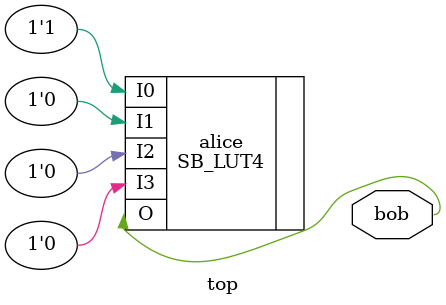
<source format=v>
module top(output bob);
	(* syn_noprune *)
	SB_LUT4 #(
		.LUT_INIT(16'b0000_0000_0000_0000)
	) alice (
		.I0(1'b1),
		.I1(1'b0),
		.I2(1'b0),
		.I3(1'b0),
		.O(bob)
	);
endmodule

</source>
